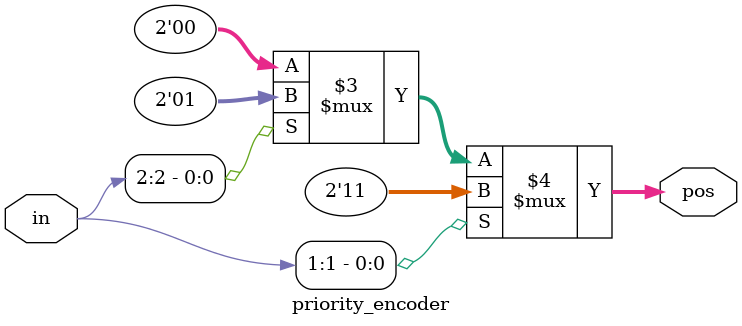
<source format=v>
module priority_encoder( 
input [2:0] in,
output reg [1:0] pos ); 
// When sel=1, assign b to out
always @*
pos=in[1]?2'd3:in[2] ? 2'd1:in[0] ? 2'd0: 2'd0;
endmodule

</source>
